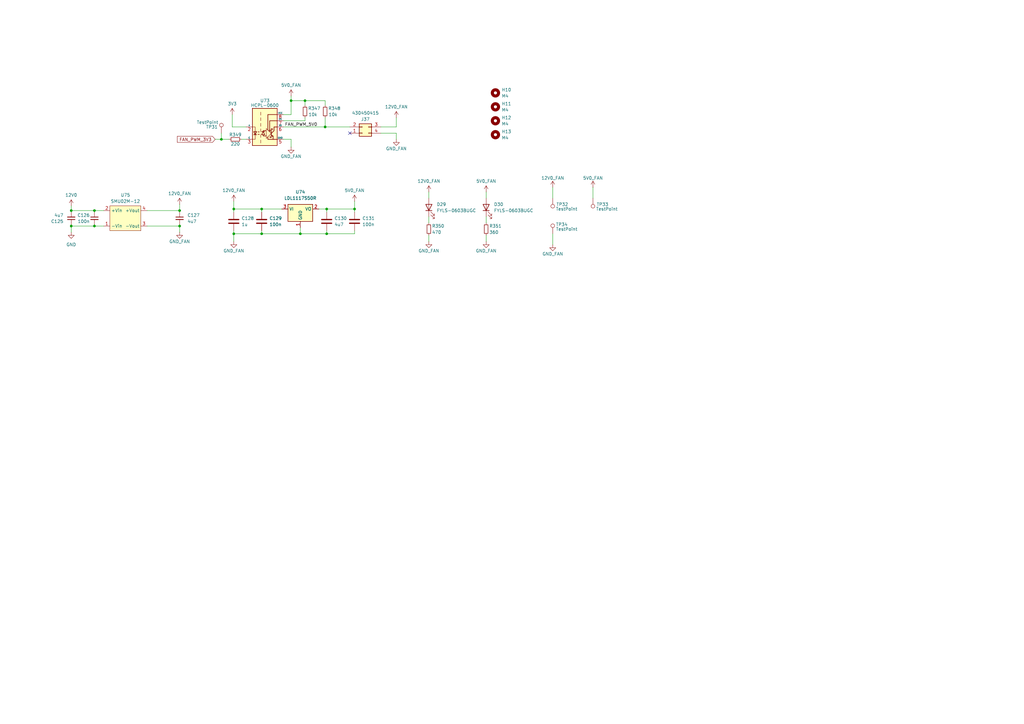
<source format=kicad_sch>
(kicad_sch (version 20231120) (generator "eeschema") (generator_version "8.0")
  (paper "A3")
  (lib_symbols
    (symbol "Connector:TestPoint" (pin_numbers hide) (pin_names (offset 0.762) hide)
      (property "Reference" "TP" (at 0 6.858 0))
      (property "Value" "TestPoint" (at 0 5.08 0))
      (symbol "TestPoint_0_1"
        (circle (center 0 3.302) (radius 0.762))
      )
      (symbol "TestPoint_1_1"
        (pin passive line (at 0 0 90) (length 2.54) (name "1") (number "1"))
      )
    )
    (symbol "Connector_Generic:Conn_02x02_Counter_Clockwise" (pin_names (offset 1.016) hide)
      (property "Reference" "J" (at 1.27 2.54 0))
      (property "Value" "Conn_02x02_Counter_Clockwise" (at 1.27 -5.08 0))
      (symbol "Conn_02x02_Counter_Clockwise_1_1"
        (rectangle (start -1.27 -2.413) (end 0 -2.667) (stroke (width 0.1524)))
        (rectangle (start -1.27 0.127) (end 0 -0.127) (stroke (width 0.1524)))
        (rectangle (start -1.27 1.27) (end 3.81 -3.81) (stroke (width 0.254)) (fill (type background)))
        (rectangle (start 3.81 -2.413) (end 2.54 -2.667) (stroke (width 0.1524)))
        (rectangle (start 3.81 0.127) (end 2.54 -0.127) (stroke (width 0.1524)))
        (pin passive line (at -5.08 0 0) (length 3.81) (name "Pin_1") (number "1"))
        (pin passive line (at -5.08 -2.54 0) (length 3.81) (name "Pin_2") (number "2"))
        (pin passive line (at 7.62 -2.54 180) (length 3.81) (name "Pin_3") (number "3"))
        (pin passive line (at 7.62 0 180) (length 3.81) (name "Pin_4") (number "4"))
      )
    )
    (symbol "Device:C" (pin_numbers hide) (pin_names (offset 0.254))
      (property "Reference" "C" (at 0.635 2.54 0))
      (property "Value" "C" (at 0.635 -2.54 0))
      (symbol "C_0_1"
        (polyline (pts (xy -2.032 -0.762) (xy 2.032 -0.762)) (stroke (width 0.508)))
        (polyline (pts (xy -2.032 0.762) (xy 2.032 0.762)) (stroke (width 0.508)))
      )
      (symbol "C_1_1"
        (pin passive line (at 0 3.81 270) (length 2.794) (name "~") (number "1"))
        (pin passive line (at 0 -3.81 90) (length 2.794) (name "~") (number "2"))
      )
    )
    (symbol "Device:C_Small" (pin_numbers hide) (pin_names (offset 0.254) hide)
      (property "Reference" "C" (at 0.254 1.778 0))
      (property "Value" "C_Small" (at 0.254 -2.032 0))
      (symbol "C_Small_0_1"
        (polyline (pts (xy -1.524 -0.508) (xy 1.524 -0.508)) (stroke (width 0.3302)))
        (polyline (pts (xy -1.524 0.508) (xy 1.524 0.508)) (stroke (width 0.3048)))
      )
      (symbol "C_Small_1_1"
        (pin passive line (at 0 2.54 270) (length 2.032) (name "~") (number "1"))
        (pin passive line (at 0 -2.54 90) (length 2.032) (name "~") (number "2"))
      )
    )
    (symbol "Device:LED" (pin_numbers hide) (pin_names (offset 1.016) hide)
      (property "Reference" "D" (at 0 2.54 0))
      (property "Value" "LED" (at 0 -2.54 0))
      (symbol "LED_0_1"
        (polyline (pts (xy -1.27 -1.27) (xy -1.27 1.27)) (stroke (width 0.254)))
        (polyline (pts (xy -1.27 0) (xy 1.27 0)))
        (polyline (pts (xy 1.27 -1.27) (xy 1.27 1.27) (xy -1.27 0) (xy 1.27 -1.27)) (stroke (width 0.254)))
        (polyline (pts (xy -3.048 -0.762) (xy -4.572 -2.286) (xy -3.81 -2.286) (xy -4.572 -2.286) (xy -4.572 -1.524)))
        (polyline (pts (xy -1.778 -0.762) (xy -3.302 -2.286) (xy -2.54 -2.286) (xy -3.302 -2.286) (xy -3.302 -1.524)))
      )
      (symbol "LED_1_1"
        (pin passive line (at -3.81 0 0) (length 2.54) (name "K") (number "1"))
        (pin passive line (at 3.81 0 180) (length 2.54) (name "A") (number "2"))
      )
    )
    (symbol "Device:R_Small" (pin_numbers hide) (pin_names (offset 0.254) hide)
      (property "Reference" "R" (at 0.762 0.508 0))
      (property "Value" "R_Small" (at 0.762 -1.016 0))
      (symbol "R_Small_0_1"
        (rectangle (start -0.762 1.778) (end 0.762 -1.778) (stroke (width 0.2032)))
      )
      (symbol "R_Small_1_1"
        (pin passive line (at 0 2.54 270) (length 0.762) (name "~") (number "1"))
        (pin passive line (at 0 -2.54 90) (length 0.762) (name "~") (number "2"))
      )
    )
    (symbol "Isolator:HCPL-0600" (pin_names (offset 0))
      (property "Reference" "U" (at -4.064 8.89 0))
      (property "Value" "HCPL-0600" (at 0.254 -9.144 0))
      (symbol "HCPL-0600_0_1"
        (polyline (pts (xy 2.667 -3.556) (xy 2.667 -1.651)) (stroke (width 0.254)))
        (polyline (pts (xy 2.667 -2.159) (xy 2.667 -2.921)) (stroke (width 0.254)))
        (polyline (pts (xy 3.429 -3.937) (xy 3.429 -5.08)) (stroke (width 0.254)))
        (polyline (pts (xy -0.635 -3.302) (xy -0.635 -3.683) (xy 0.635 -3.683)) (stroke (width 0.254)))
        (polyline (pts (xy -0.635 -1.905) (xy -0.635 -1.524) (xy 0.508 -1.524)) (stroke (width 0.254)))
        (polyline (pts (xy 1.27 -4.064) (xy 1.27 -5.08) (xy 5.08 -5.08)) (stroke (width 0.254)))
        (polyline (pts (xy 1.27 -1.27) (xy 1.27 5.08) (xy 5.08 5.08)) (stroke (width 0.254)))
        (polyline (pts (xy 2.032 -1.27) (xy 2.032 2.54) (xy 5.08 2.54)) (stroke (width 0.254)))
        (polyline (pts (xy -5.08 -5.08) (xy -3.937 -5.08) (xy -3.937 0) (xy -5.08 0)))
        (polyline (pts (xy 2.667 -3.302) (xy 2.667 -4.318) (xy 2.159 -4.318) (xy 2.159 -3.937)) (stroke (width 0.254)))
        (polyline (pts (xy 2.667 -2.667) (xy 0.635 -4.699) (xy 0.635 -0.635) (xy 2.667 -2.667)))
        (polyline (pts (xy 2.667 -1.778) (xy 2.667 -0.762) (xy 3.175 -0.762) (xy 3.175 -1.143)) (stroke (width 0.254)))
        (polyline (pts (xy 2.794 -2.54) (xy 3.81 -1.524) (xy 3.81 0) (xy 5.08 0)) (stroke (width 0.254)))
        (polyline (pts (xy 2.667 -3.175) (xy 3.429 -3.937) (xy 3.302 -3.556) (xy 3.048 -3.81) (xy 3.429 -3.937)) (stroke (width 0.254)))
        (circle (center 2.032 -1.524) (radius 0.254) (stroke (width 0.254)))
      )
      (symbol "HCPL-0600_1_1"
        (rectangle (start -5.08 7.62) (end 5.08 -7.62) (stroke (width 0.254)) (fill (type background)))
        (polyline (pts (xy -4.572 -3.175) (xy -3.302 -3.175)) (stroke (width 0.254)))
        (polyline (pts (xy -1.651 -5.334) (xy -1.651 -6.604)))
        (polyline (pts (xy -1.651 -3.048) (xy -1.651 -4.318)))
        (polyline (pts (xy -1.651 -0.762) (xy -1.651 -2.032)))
        (polyline (pts (xy -1.651 1.524) (xy -1.651 0.254)))
        (polyline (pts (xy -1.651 3.81) (xy -1.651 2.54)))
        (polyline (pts (xy -1.651 6.096) (xy -1.651 4.826)))
        (polyline (pts (xy -1.27 -1.905) (xy 0 -1.905)) (stroke (width 0.254)))
        (polyline (pts (xy -3.937 -3.175) (xy -4.572 -1.905) (xy -3.302 -1.905) (xy -3.937 -3.175)) (stroke (width 0.254)))
        (polyline (pts (xy -0.635 -1.905) (xy -1.27 -3.175) (xy 0 -3.175) (xy -0.635 -1.905)) (stroke (width 0.254)))
        (polyline (pts (xy -2.921 -3.048) (xy -2.159 -3.048) (xy -2.54 -3.175) (xy -2.54 -2.921) (xy -2.159 -3.048)) (stroke (width 0.127)))
        (polyline (pts (xy -2.921 -2.032) (xy -2.159 -2.032) (xy -2.54 -2.159) (xy -2.54 -1.905) (xy -2.159 -2.032)) (stroke (width 0.127)))
        (pin no_connect line (at -5.08 5.08 0) (length 2.54) hide (name "NC") (number "1"))
        (pin passive line (at -7.62 0 0) (length 2.54) (name "A") (number "2"))
        (pin passive line (at -7.62 -5.08 0) (length 2.54) (name "C") (number "3"))
        (pin power_in line (at 7.62 -5.08 180) (length 2.54) (name "GND") (number "5"))
        (pin open_collector line (at 7.62 0 180) (length 2.54) (name "VO") (number "6"))
        (pin input line (at 7.62 2.54 180) (length 2.54) (name "EN") (number "7"))
        (pin power_in line (at 7.62 5.08 180) (length 2.54) (name "VCC") (number "8"))
      )
    )
    (symbol "Mechanical:MountingHole" (pin_names (offset 1.016)) (exclude_from_sim yes) (in_bom no)
      (property "Reference" "H" (at 0 5.08 0))
      (property "Value" "MountingHole" (at 0 3.175 0))
      (symbol "MountingHole_0_1"
        (circle (center 0 0) (radius 1.27) (stroke (width 1.27)))
      )
    )
    (symbol "Regulator_Linear:LD1117S33TR_SOT223"
      (property "Reference" "U" (at -3.81 3.175 0))
      (property "Value" "LD1117S33TR_SOT223" (at 0 3.175 0))
      (symbol "LD1117S33TR_SOT223_0_1"
        (rectangle (start -5.08 -5.08) (end 5.08 1.905) (stroke (width 0.254)) (fill (type background)))
      )
      (symbol "LD1117S33TR_SOT223_1_1"
        (pin power_in line (at 0 -7.62 90) (length 2.54) (name "GND") (number "1"))
        (pin power_out line (at 7.62 0 180) (length 2.54) (name "VO") (number "2"))
        (pin power_in line (at -7.62 0 0) (length 2.54) (name "VI") (number "3"))
      )
    )
    (symbol "power:+12V" (power) (pin_numbers hide) (pin_names (offset 0) hide)
      (property "Value" "+12V" (at 0 3.556 0))
      (symbol "+12V_0_1"
        (polyline (pts (xy -0.762 1.27) (xy 0 2.54)))
        (polyline (pts (xy 0 0) (xy 0 2.54)))
        (polyline (pts (xy 0 2.54) (xy 0.762 1.27)))
      )
      (symbol "+12V_1_1"
        (pin power_in line (at 0 0 90) (length 0) (name "~") (number "1"))
      )
    )
    (symbol "power:+5V" (power) (pin_numbers hide) (pin_names (offset 0) hide)
      (property "Value" "+5V" (at 0 3.556 0))
      (symbol "+5V_0_1"
        (polyline (pts (xy -0.762 1.27) (xy 0 2.54)))
        (polyline (pts (xy 0 0) (xy 0 2.54)))
        (polyline (pts (xy 0 2.54) (xy 0.762 1.27)))
      )
      (symbol "+5V_1_1"
        (pin power_in line (at 0 0 90) (length 0) (name "~") (number "1"))
      )
    )
    (symbol "power:GND" (power) (pin_numbers hide) (pin_names (offset 0) hide)
      (property "Value" "GND" (at 0 -3.81 0))
      (symbol "GND_0_1"
        (polyline (pts (xy 0 0) (xy 0 -1.27) (xy 1.27 -1.27) (xy 0 -2.54) (xy -1.27 -1.27) (xy 0 -1.27)))
      )
      (symbol "GND_1_1"
        (pin power_in line (at 0 0 270) (length 0) (name "~") (number "1"))
      )
    )
    (symbol "user_lib:SMU02M-12"
      (property "Reference" "U" (at 0 -4.572 0))
      (property "Value" "SMU02M-12" (at 0 -4.572 0))
      (symbol "SMU02M-12_1_1"
        (rectangle (start -6.35 6.985) (end 6.35 -3.175) (fill (type background)))
        (pin input line (at -8.89 -1.27 0) (length 2.54) (name "-Vin") (number "1"))
        (pin input line (at -8.89 5.08 0) (length 2.54) (name "+Vin") (number "2"))
        (pin input line (at 8.89 -1.27 180) (length 2.54) (name "-Vout") (number "3"))
        (pin input line (at 8.89 5.08 180) (length 2.54) (name "+Vout") (number "4"))
      )
    )
  )
  (junction (at 90.805 57.15))
  (junction (at 38.735 92.71))
  (junction (at 145.415 85.725))
  (junction (at 107.315 95.885))
  (junction (at 125.095 41.275))
  (junction (at 95.885 95.885))
  (junction (at 107.315 85.725))
  (junction (at 133.985 85.725))
  (junction (at 73.66 86.36))
  (junction (at 123.19 95.885))
  (junction (at 29.21 86.36))
  (junction (at 95.885 85.725))
  (junction (at 133.35 52.07))
  (junction (at 38.735 86.36))
  (junction (at 119.38 41.275))
  (junction (at 73.66 92.71))
  (junction (at 29.21 92.71))
  (junction (at 133.985 95.885))
  (no_connect (at 143.51 54.61))
  (wire (pts (xy 95.885 99.06) (xy 95.885 95.885)))
  (wire (pts (xy 90.805 57.15) (xy 93.98 57.15)))
  (wire (pts (xy 29.21 84.455) (xy 29.21 86.36)))
  (wire (pts (xy 95.885 85.725) (xy 107.315 85.725)))
  (wire (pts (xy 199.39 96.52) (xy 199.39 99.06)))
  (wire (pts (xy 60.325 86.36) (xy 73.66 86.36)))
  (wire (pts (xy 162.56 52.07) (xy 162.56 48.26)))
  (wire (pts (xy 145.415 94.615) (xy 145.415 95.885)))
  (wire (pts (xy 133.985 95.885) (xy 133.985 94.615)))
  (wire (pts (xy 95.885 85.725) (xy 95.885 86.995)))
  (wire (pts (xy 95.885 82.55) (xy 95.885 85.725)))
  (wire (pts (xy 107.315 95.885) (xy 123.19 95.885)))
  (wire (pts (xy 199.39 88.9) (xy 199.39 91.44)))
  (wire (pts (xy 133.985 85.725) (xy 133.985 86.995)))
  (wire (pts (xy 133.35 52.07) (xy 143.51 52.07)))
  (wire (pts (xy 125.095 41.275) (xy 119.38 41.275)))
  (wire (pts (xy 60.325 92.71) (xy 73.66 92.71)))
  (wire (pts (xy 119.38 41.275) (xy 119.38 46.99)))
  (wire (pts (xy 107.315 85.725) (xy 115.57 85.725)))
  (wire (pts (xy 90.805 54.61) (xy 90.805 57.15)))
  (wire (pts (xy 116.205 49.53) (xy 125.095 49.53)))
  (wire (pts (xy 29.21 86.36) (xy 29.21 86.995)))
  (wire (pts (xy 226.695 81.28) (xy 226.695 76.835)))
  (wire (pts (xy 29.21 92.71) (xy 29.21 95.25)))
  (wire (pts (xy 175.895 78.74) (xy 175.895 81.28)))
  (wire (pts (xy 95.25 52.07) (xy 100.965 52.07)))
  (wire (pts (xy 226.695 95.885) (xy 226.695 100.33)))
  (wire (pts (xy 133.35 43.18) (xy 133.35 41.275)))
  (wire (pts (xy 162.56 54.61) (xy 162.56 57.15)))
  (wire (pts (xy 116.205 52.07) (xy 133.35 52.07)))
  (wire (pts (xy 123.19 95.885) (xy 133.985 95.885)))
  (wire (pts (xy 38.735 86.36) (xy 38.735 86.995)))
  (wire (pts (xy 133.35 41.275) (xy 125.095 41.275)))
  (wire (pts (xy 73.66 92.71) (xy 73.66 95.25)))
  (wire (pts (xy 73.66 86.36) (xy 73.66 83.82)))
  (wire (pts (xy 156.21 54.61) (xy 162.56 54.61)))
  (wire (pts (xy 116.205 57.15) (xy 119.38 57.15)))
  (wire (pts (xy 73.66 92.075) (xy 73.66 92.71)))
  (wire (pts (xy 175.895 88.9) (xy 175.895 91.44)))
  (wire (pts (xy 130.81 85.725) (xy 133.985 85.725)))
  (wire (pts (xy 156.21 52.07) (xy 162.56 52.07)))
  (wire (pts (xy 29.21 92.075) (xy 29.21 92.71)))
  (wire (pts (xy 199.39 78.74) (xy 199.39 81.28)))
  (wire (pts (xy 107.315 94.615) (xy 107.315 95.885)))
  (wire (pts (xy 175.895 96.52) (xy 175.895 99.06)))
  (wire (pts (xy 38.735 92.075) (xy 38.735 92.71)))
  (wire (pts (xy 95.885 95.885) (xy 107.315 95.885)))
  (wire (pts (xy 119.38 57.15) (xy 119.38 60.325)))
  (wire (pts (xy 145.415 82.55) (xy 145.415 85.725)))
  (wire (pts (xy 42.545 86.36) (xy 38.735 86.36)))
  (wire (pts (xy 73.66 86.995) (xy 73.66 86.36)))
  (wire (pts (xy 125.095 48.26) (xy 125.095 49.53)))
  (wire (pts (xy 107.315 85.725) (xy 107.315 86.995)))
  (wire (pts (xy 145.415 85.725) (xy 145.415 86.995)))
  (wire (pts (xy 243.205 81.28) (xy 243.205 76.835)))
  (wire (pts (xy 29.21 92.71) (xy 38.735 92.71)))
  (wire (pts (xy 95.885 95.885) (xy 95.885 94.615)))
  (wire (pts (xy 133.985 95.885) (xy 145.415 95.885)))
  (wire (pts (xy 119.38 39.37) (xy 119.38 41.275)))
  (wire (pts (xy 123.19 95.885) (xy 123.19 93.345)))
  (wire (pts (xy 133.985 85.725) (xy 145.415 85.725)))
  (wire (pts (xy 125.095 43.18) (xy 125.095 41.275)))
  (wire (pts (xy 119.38 46.99) (xy 116.205 46.99)))
  (wire (pts (xy 133.35 48.26) (xy 133.35 52.07)))
  (wire (pts (xy 99.06 57.15) (xy 100.965 57.15)))
  (wire (pts (xy 88.265 57.15) (xy 90.805 57.15)))
  (wire (pts (xy 29.21 86.36) (xy 38.735 86.36)))
  (wire (pts (xy 42.545 92.71) (xy 38.735 92.71)))
  (wire (pts (xy 95.25 46.99) (xy 95.25 52.07)))
  (label "FAN_PWM_5V0" (at 116.84 52.07 0))
  (global_label "FAN_PWM_3V3" (shape input) (at 88.265 57.15 180) (property "Intersheetrefs" "${INTERSHEET_REFS}" (at 72.1565 57.15 0) (effects (justify right))))
  (symbol (lib_id "power:GND") (at 73.66 95.25 0) (unit 1)
    (property "Reference" "#PWR0303" (effects (hide yes)))
    (property "Value" "GND_FAN" (at 73.66 99.06 0))
    (property "Description" "Power symbol creates a global label with name \"GND\" , ground" (effects (hide yes)))
  )
  (symbol (lib_id "power:+12V") (at 119.38 39.37 0) (unit 1)
    (property "Reference" "#PWR0289" (effects (hide yes)))
    (property "Value" "5V0_FAN" (at 119.38 34.925 0))
    (property "Description" "Power symbol creates a global label with name \"+12V\"" (effects (hide yes)))
  )
  (symbol (lib_id "power:+12V") (at 226.695 76.835 0) (unit 1)
    (property "Reference" "#PWR0294" (effects (hide yes)))
    (property "Value" "12V0_FAN" (at 226.695 73.025 0))
    (property "Description" "Power symbol creates a global label with name \"+12V\"" (effects (hide yes)))
  )
  (symbol (lib_id "Device:C") (at 133.985 90.805 0) (unit 1)
    (property "Reference" "C130" (at 137.16 89.535 0) (effects (justify left)))
    (property "Value" "4u7" (at 137.16 92.075 0) (effects (justify left)))
    (property "Footprint" "Capacitor_SMD:C_0603_1608Metric" (effects (hide yes)))
    (property "Ссылка" "https://www.promelec.ru/product/315964/" (effects (hide yes)))
    (property "Цена" "4" (effects (hide yes)))
    (property "Человекопонятное название" "Керамический ЧИП-конденсатор 0603 X5R 4.7мкФ" (effects (hide yes)))
    (property "Мин. кол-во" "200" (effects (hide yes)))
  )
  (symbol (lib_id "Device:R_Small") (at 96.52 57.15 90) (unit 1)
    (property "Reference" "R349" (at 96.52 55.245 90))
    (property "Value" "220" (at 96.52 59.055 90))
    (property "Footprint" "Resistor_SMD:R_0603_1608Metric" (effects (hide yes)))
    (property "Description" "Resistor, small symbol" (effects (hide yes)))
    (property "Мин. кол-во" "100" (effects (hide yes)))
    (property "Ссылка" "https://www.promelec.ru/product/46446/" (effects (hide yes)))
    (property "Цена" "1" (effects (hide yes)))
    (property "Человекопонятное название" "Толстопленочный ЧИП-резистор 0603 220Ом" (effects (hide yes)))
  )
  (symbol (lib_id "Connector:TestPoint") (at 226.695 81.28 180) (unit 1)
    (property "Reference" "TP32" (at 233.045 83.82 0) (effects (justify left)))
    (property "Value" "TestPoint" (at 236.855 85.725 0) (effects (justify left)))
    (property "Footprint" "TestPoint:TestPoint_THTPad_D2.0mm_Drill1.0mm" (effects (hide yes)))
    (property "Description" "test point" (effects (hide yes)))
  )
  (symbol (lib_id "power:GND") (at 199.39 99.06 0) (unit 1)
    (property "Reference" "#PWR0306" (effects (hide yes)))
    (property "Value" "GND_FAN" (at 199.39 102.87 0))
    (property "Description" "Power symbol creates a global label with name \"GND\" , ground" (effects (hide yes)))
  )
  (symbol (lib_id "power:GND") (at 175.895 99.06 0) (unit 1)
    (property "Reference" "#PWR0305" (effects (hide yes)))
    (property "Value" "GND_FAN" (at 175.895 102.87 0))
    (property "Description" "Power symbol creates a global label with name \"GND\" , ground" (effects (hide yes)))
  )
  (symbol (lib_id "power:+12V") (at 145.415 82.55 0) (unit 1)
    (property "Reference" "#PWR0299" (effects (hide yes)))
    (property "Value" "5V0_FAN" (at 145.415 78.105 0))
    (property "Description" "Power symbol creates a global label with name \"+12V\"" (effects (hide yes)))
  )
  (symbol (lib_id "power:GND") (at 162.56 57.15 0) (unit 1)
    (property "Reference" "#PWR0292" (effects (hide yes)))
    (property "Value" "GND_FAN" (at 162.56 60.96 0))
    (property "Description" "Power symbol creates a global label with name \"GND\" , ground" (effects (hide yes)))
  )
  (symbol (lib_id "Device:C_Small") (at 29.21 89.535 180) (unit 1)
    (property "Reference" "C125" (at 26.035 90.805 0) (effects (justify left)))
    (property "Value" "4u7" (at 26.035 88.265 0) (effects (justify left)))
    (property "Footprint" "Capacitor_SMD:C_0603_1608Metric" (effects (hide yes)))
    (property "Description" "Unpolarized capacitor, small symbol" (effects (hide yes)))
    (property "Ссылка" "https://www.promelec.ru/product/315964/" (effects (hide yes)))
    (property "Цена" "4" (effects (hide yes)))
    (property "Человекопонятное название" "Керамический ЧИП-конденсатор 0603 X5R 4.7мкФ" (effects (hide yes)))
    (property "Мин. кол-во" "200" (effects (hide yes)))
  )
  (symbol (lib_id "user_lib:SMU02M-12") (at 51.435 91.44 0) (unit 1)
    (property "Reference" "U75" (at 51.435 80.01 0))
    (property "Value" "SMU02M-12" (at 51.435 82.55 0))
    (property "Footprint" "user_lib:SMU02M-12" (effects (hide yes)))
    (property "Мин. кол-во" "2" (effects (hide yes)))
    (property "Ссылка" "https://www.promelec.ru/product/371234/" (effects (hide yes)))
    (property "Цена" "458" (effects (hide yes)))
    (property "Человекопонятное название" "Преобразователь DC/DC, на печатную плату, 2 Вт" (effects (hide yes)))
  )
  (symbol (lib_id "Mechanical:MountingHole") (at 203.2 55.245 0) (unit 1) (exclude_from_sim yes) (in_bom no)
    (property "Reference" "H13" (at 205.74 53.9749 0) (effects (justify left)))
    (property "Value" "M4" (at 205.74 56.5149 0) (effects (justify left)))
    (property "Footprint" "user_lib:MountingHole_M4_PCHSS4-22" (effects (hide yes)))
    (property "Description" "Mounting Hole without connection" (effects (hide yes)))
  )
  (symbol (lib_id "Connector:TestPoint") (at 243.205 81.28 180) (unit 1)
    (property "Reference" "TP33" (at 249.555 83.82 0) (effects (justify left)))
    (property "Value" "TestPoint" (at 253.365 85.725 0) (effects (justify left)))
    (property "Footprint" "TestPoint:TestPoint_THTPad_D2.0mm_Drill1.0mm" (effects (hide yes)))
    (property "Description" "test point" (effects (hide yes)))
  )
  (symbol (lib_id "Device:R_Small") (at 133.35 45.72 180) (unit 1)
    (property "Reference" "R348" (at 139.7 44.45 0) (effects (justify left)))
    (property "Value" "10k" (at 138.43 46.99 0) (effects (justify left)))
    (property "Footprint" "Resistor_SMD:R_0603_1608Metric" (effects (hide yes)))
    (property "Description" "Resistor, small symbol" (effects (hide yes)))
    (property "Мин. кол-во" "1000" (effects (hide yes)))
    (property "Ссылка" "https://www.promelec.ru/product/344748/" (effects (hide yes)))
    (property "Цена" "1" (effects (hide yes)))
    (property "Человекопонятное название" "Толстопленочный ЧИП-резистор 0603 10кОм" (effects (hide yes)))
  )
  (symbol (lib_id "Connector:TestPoint") (at 226.695 95.885 0) (unit 1)
    (property "Reference" "TP34" (at 227.965 92.075 0) (effects (justify left)))
    (property "Value" "TestPoint" (at 227.965 93.98 0) (effects (justify left)))
    (property "Footprint" "TestPoint:TestPoint_THTPad_D2.0mm_Drill1.0mm" (effects (hide yes)))
    (property "Description" "test point" (effects (hide yes)))
  )
  (symbol (lib_id "Device:R_Small") (at 175.895 93.98 180) (unit 1)
    (property "Reference" "R350" (at 179.705 92.71 0))
    (property "Value" "470" (at 179.07 95.25 0))
    (property "Footprint" "Resistor_SMD:R_0603_1608Metric" (effects (hide yes)))
    (property "Description" "Resistor, small symbol" (effects (hide yes)))
    (property "Мин. кол-во" "100" (effects (hide yes)))
    (property "Ссылка" "https://www.promelec.ru/product/109567/" (effects (hide yes)))
    (property "Цена" "1" (effects (hide yes)))
    (property "Человекопонятное название" "Толстопленочный ЧИП-резистор 0603 470Ом" (effects (hide yes)))
  )
  (symbol (lib_id "power:GND") (at 95.885 99.06 0) (unit 1)
    (property "Reference" "#PWR0304" (effects (hide yes)))
    (property "Value" "GND_FAN" (at 95.885 102.87 0))
    (property "Description" "Power symbol creates a global label with name \"GND\" , ground" (effects (hide yes)))
  )
  (symbol (lib_id "Device:LED") (at 199.39 85.09 90) (unit 1)
    (property "Reference" "D30" (at 202.565 83.82 90) (effects (justify right)))
    (property "Value" "FYLS-0603BUGC" (at 202.565 86.36 90) (effects (justify right)))
    (property "Footprint" "user_lib:LED_0603_1608Metric" (effects (hide yes)))
    (property "Description" "Light emitting diode" (effects (hide yes)))
    (property "Мин. кол-во" "3" (effects (hide yes)))
    (property "Ссылка" "https://www.promelec.ru/product/324327/" (effects (hide yes)))
    (property "Цена" "5" (effects (hide yes)))
    (property "Человекопонятное название" "Светодиод smd 1,6х0,8мм/зеленый/568нм/65мкд/прозрачный/130°" (effects (hide yes)))
  )
  (symbol (lib_id "Device:C_Small") (at 73.66 89.535 0) (unit 1)
    (property "Reference" "C127" (at 76.835 88.265 0) (effects (justify left)))
    (property "Value" "4u7" (at 76.835 90.805 0) (effects (justify left)))
    (property "Footprint" "Capacitor_SMD:C_0603_1608Metric" (effects (hide yes)))
    (property "Description" "Unpolarized capacitor, small symbol" (effects (hide yes)))
    (property "Ссылка" "https://www.promelec.ru/product/315964/" (effects (hide yes)))
    (property "Цена" "4" (effects (hide yes)))
    (property "Человекопонятное название" "Керамический ЧИП-конденсатор 0603 X5R 4.7мкФ" (effects (hide yes)))
    (property "Мин. кол-во" "200" (effects (hide yes)))
  )
  (symbol (lib_id "power:+12V") (at 95.885 82.55 0) (unit 1)
    (property "Reference" "#PWR0298" (effects (hide yes)))
    (property "Value" "12V0_FAN" (at 95.885 78.105 0))
    (property "Description" "Power symbol creates a global label with name \"+12V\"" (effects (hide yes)))
  )
  (symbol (lib_id "Device:C_Small") (at 38.735 89.535 0) (mirror y) (unit 1)
    (property "Reference" "C126" (at 36.83 88.265 0) (effects (justify left)))
    (property "Value" "100n" (at 36.83 90.805 0) (effects (justify left)))
    (property "Footprint" "Capacitor_SMD:C_0603_1608Metric" (effects (hide yes)))
    (property "Description" "Unpolarized capacitor, small symbol" (effects (hide yes)))
    (property "Мин. кол-во" "300" (effects (hide yes)))
    (property "Ссылка" "https://www.promelec.ru/product/323633/" (effects (hide yes)))
    (property "Цена" "2" (effects (hide yes)))
    (property "Человекопонятное название" "Керамический ЧИП-конденсатор 0603 X7R 0.1мкФ" (effects (hide yes)))
  )
  (symbol (lib_id "power:GND") (at 119.38 60.325 0) (unit 1)
    (property "Reference" "#PWR0293" (effects (hide yes)))
    (property "Value" "GND_FAN" (at 119.38 64.135 0))
    (property "Description" "Power symbol creates a global label with name \"GND\" , ground" (effects (hide yes)))
  )
  (symbol (lib_id "power:+12V") (at 243.205 76.835 0) (unit 1)
    (property "Reference" "#PWR0295" (effects (hide yes)))
    (property "Value" "5V0_FAN" (at 243.205 73.025 0))
    (property "Description" "Power symbol creates a global label with name \"+12V\"" (effects (hide yes)))
  )
  (symbol (lib_id "power:+12V") (at 175.895 78.74 0) (unit 1)
    (property "Reference" "#PWR0296" (effects (hide yes)))
    (property "Value" "12V0_FAN" (at 175.895 74.295 0))
    (property "Description" "Power symbol creates a global label with name \"+12V\"" (effects (hide yes)))
  )
  (symbol (lib_id "power:+5V") (at 95.25 46.99 0) (unit 1)
    (property "Reference" "#PWR0290" (effects (hide yes)))
    (property "Value" "3V3" (at 95.25 42.545 0))
    (property "Description" "Power symbol creates a global label with name \"+5V\"" (effects (hide yes)))
  )
  (symbol (lib_id "Connector:TestPoint") (at 90.805 54.61 0) (unit 1)
    (property "Reference" "TP31" (at 84.455 52.07 0) (effects (justify left)))
    (property "Value" "TestPoint" (at 80.645 50.165 0) (effects (justify left)))
    (property "Footprint" "TestPoint:TestPoint_THTPad_D2.0mm_Drill1.0mm" (effects (hide yes)))
    (property "Description" "test point" (effects (hide yes)))
  )
  (symbol (lib_id "Device:C") (at 107.315 90.805 0) (unit 1)
    (property "Reference" "C129" (at 110.49 89.535 0) (effects (justify left)))
    (property "Value" "100n" (at 110.49 92.075 0) (effects (justify left)))
    (property "Footprint" "Capacitor_SMD:C_0603_1608Metric" (effects (hide yes)))
    (property "Ссылка" "https://www.promelec.ru/product/323633/" (effects (hide yes)))
    (property "Цена" "2" (effects (hide yes)))
    (property "Человекопонятное название" "Керамический ЧИП-конденсатор 0603 X7R 0.1мкФ" (effects (hide yes)))
    (property "Мин. кол-во" "300" (effects (hide yes)))
  )
  (symbol (lib_id "Mechanical:MountingHole") (at 203.2 38.1 0) (unit 1) (exclude_from_sim yes) (in_bom no)
    (property "Reference" "H10" (at 205.74 36.8299 0) (effects (justify left)))
    (property "Value" "M4" (at 205.74 39.3699 0) (effects (justify left)))
    (property "Footprint" "user_lib:MountingHole_M4_PCHSS4-22" (effects (hide yes)))
    (property "Description" "Mounting Hole without connection" (effects (hide yes)))
  )
  (symbol (lib_id "power:+12V") (at 199.39 78.74 0) (unit 1)
    (property "Reference" "#PWR0297" (effects (hide yes)))
    (property "Value" "5V0_FAN" (at 199.39 74.295 0))
    (property "Description" "Power symbol creates a global label with name \"+12V\"" (effects (hide yes)))
  )
  (symbol (lib_id "Isolator:HCPL-0600") (at 108.585 52.07 0) (unit 1)
    (property "Reference" "U73" (at 106.68 41.275 0) (effects (justify left)))
    (property "Value" "HCPL-0600" (at 102.87 43.18 0) (effects (justify left)))
    (property "Footprint" "Package_SO:SO-8_3.9x4.9mm_P1.27mm" (effects (hide yes)))
    (property "Datasheet" "https://docs.broadcom.com/docs/AV02-0940EN" (effects (hide yes)))
    (property "Description" "Single High Speed LSTTL/TTL Compatible Optocoupler with enable, dV/dt 5000/us, VCM 1000, max 7V VCC, SOIC-8" (effects (hide yes)))
    (property "Мин. кол-во" "1" (effects (hide yes)))
    (property "Ссылка" "https://energoflot.ru/item/HCPL-0600-500E" (effects (hide yes)))
    (property "Цена" "133" (effects (hide yes)))
    (property "Человекопонятное название" "Быстродействующая оптопара" (effects (hide yes)))
  )
  (symbol (lib_id "power:+12V") (at 73.66 83.82 0) (unit 1)
    (property "Reference" "#PWR0300" (effects (hide yes)))
    (property "Value" "12V0_FAN" (at 73.66 79.375 0))
    (property "Description" "Power symbol creates a global label with name \"+12V\"" (effects (hide yes)))
  )
  (symbol (lib_id "Regulator_Linear:LD1117S33TR_SOT223") (at 123.19 85.725 0) (unit 1)
    (property "Reference" "U74" (at 123.19 78.74 0))
    (property "Value" "LDL1117S50R" (at 123.19 81.28 0))
    (property "Footprint" "Package_TO_SOT_SMD:SOT-223-3_TabPin2" (effects (hide yes)))
    (property "Datasheet" "http://www.st.com/st-web-ui/static/active/en/resource/technical/document/datasheet/CD00000544.pdf" (effects (hide yes)))
    (property "Ссылка" "https://www.promelec.ru/product/429208/" (effects (hide yes)))
    (property "Цена" "37" (effects (hide yes)))
    (property "Человекопонятное название" "Линейный стабилизатор с низким падением напряжения положительной полярности" (effects (hide yes)))
    (property "Мин. кол-во" "14" (effects (hide yes)))
  )
  (symbol (lib_id "power:GND") (at 29.21 95.25 0) (unit 1)
    (property "Reference" "#PWR0302" (effects (hide yes)))
    (property "Value" "GND" (at 29.21 100.33 0))
    (property "Description" "Power symbol creates a global label with name \"GND\" , ground" (effects (hide yes)))
  )
  (symbol (lib_id "power:+12V") (at 162.56 48.26 0) (unit 1)
    (property "Reference" "#PWR0291" (effects (hide yes)))
    (property "Value" "12V0_FAN" (at 162.56 43.815 0))
    (property "Description" "Power symbol creates a global label with name \"+12V\"" (effects (hide yes)))
  )
  (symbol (lib_id "Device:R_Small") (at 125.095 45.72 180) (unit 1)
    (property "Reference" "R347" (at 131.445 44.45 0) (effects (justify left)))
    (property "Value" "10k" (at 130.175 46.99 0) (effects (justify left)))
    (property "Footprint" "Resistor_SMD:R_0603_1608Metric" (effects (hide yes)))
    (property "Description" "Resistor, small symbol" (effects (hide yes)))
    (property "Мин. кол-во" "1000" (effects (hide yes)))
    (property "Ссылка" "https://www.promelec.ru/product/344748/" (effects (hide yes)))
    (property "Цена" "1" (effects (hide yes)))
    (property "Человекопонятное название" "Толстопленочный ЧИП-резистор 0603 10кОм" (effects (hide yes)))
  )
  (symbol (lib_id "Device:LED") (at 175.895 85.09 90) (unit 1)
    (property "Reference" "D29" (at 179.07 83.82 90) (effects (justify right)))
    (property "Value" "FYLS-0603BUGC" (at 179.07 86.36 90) (effects (justify right)))
    (property "Footprint" "user_lib:LED_0603_1608Metric" (effects (hide yes)))
    (property "Description" "Light emitting diode" (effects (hide yes)))
    (property "Мин. кол-во" "3" (effects (hide yes)))
    (property "Ссылка" "https://www.promelec.ru/product/324327/" (effects (hide yes)))
    (property "Цена" "5" (effects (hide yes)))
    (property "Человекопонятное название" "Светодиод smd 1,6х0,8мм/зеленый/568нм/65мкд/прозрачный/130°" (effects (hide yes)))
  )
  (symbol (lib_id "Device:C") (at 145.415 90.805 0) (unit 1)
    (property "Reference" "C131" (at 148.59 89.535 0) (effects (justify left)))
    (property "Value" "100n" (at 148.59 92.075 0) (effects (justify left)))
    (property "Footprint" "Capacitor_SMD:C_0603_1608Metric" (effects (hide yes)))
    (property "Ссылка" "https://www.promelec.ru/product/323633/" (effects (hide yes)))
    (property "Цена" "2" (effects (hide yes)))
    (property "Человекопонятное название" "Керамический ЧИП-конденсатор 0603 X7R 0.1мкФ" (effects (hide yes)))
    (property "Мин. кол-во" "300" (effects (hide yes)))
  )
  (symbol (lib_id "Mechanical:MountingHole") (at 203.2 43.815 0) (unit 1) (exclude_from_sim yes) (in_bom no)
    (property "Reference" "H11" (at 205.74 42.5449 0) (effects (justify left)))
    (property "Value" "M4" (at 205.74 45.0849 0) (effects (justify left)))
    (property "Footprint" "user_lib:MountingHole_M4_PCHSS4-22" (effects (hide yes)))
    (property "Description" "Mounting Hole without connection" (effects (hide yes)))
  )
  (symbol (lib_id "Connector_Generic:Conn_02x02_Counter_Clockwise") (at 148.59 54.61 0) (mirror x) (unit 1)
    (property "Reference" "J37" (at 149.86 48.895 0))
    (property "Value" "430450415" (at 149.86 46.355 0))
    (property "Footprint" "user_lib:430450415" (effects (hide yes)))
    (property "Description" "Generic connector, double row, 02x02, counter clockwise pin numbering scheme (similar to DIP package numbering), script generated (kicad-library-utils/schlib/autogen/connector/)" (effects (hide yes)))
    (property "Мин. кол-во" "6" (effects (hide yes)))
    (property "Ссылка" "https://www.promelec.ru/product/474679/" (effects (hide yes)))
    (property "Цена" "87" (effects (hide yes)))
    (property "Человекопонятное название" "Разъем типа провод-плата, 3 мм, 4 контакт(-ов)" (effects (hide yes)))
  )
  (symbol (lib_id "power:+12V") (at 29.21 84.455 0) (unit 1)
    (property "Reference" "#PWR0301" (effects (hide yes)))
    (property "Value" "12V0" (at 29.21 80.01 0))
    (property "Description" "Power symbol creates a global label with name \"+12V\"" (effects (hide yes)))
  )
  (symbol (lib_id "Device:R_Small") (at 199.39 93.98 180) (unit 1)
    (property "Reference" "R351" (at 203.2 92.71 0))
    (property "Value" "360" (at 202.565 95.25 0))
    (property "Footprint" "Resistor_SMD:R_0603_1608Metric" (effects (hide yes)))
    (property "Description" "Resistor, small symbol" (effects (hide yes)))
    (property "Мин. кол-во" "100" (effects (hide yes)))
    (property "Ссылка" "https://www.promelec.ru/product/46471/" (effects (hide yes)))
    (property "Цена" "1" (effects (hide yes)))
    (property "Человекопонятное название" "Толстопленочный ЧИП-резистор 0603 360Ом" (effects (hide yes)))
  )
  (symbol (lib_id "Device:C") (at 95.885 90.805 0) (unit 1)
    (property "Reference" "C128" (at 99.06 89.535 0) (effects (justify left)))
    (property "Value" "1u" (at 99.06 92.075 0) (effects (justify left)))
    (property "Footprint" "Capacitor_SMD:C_0603_1608Metric" (effects (hide yes)))
    (property "Ссылка" "https://www.promelec.ru/product/334556/" (effects (hide yes)))
    (property "Цена" "1" (effects (hide yes)))
    (property "Человекопонятное название" "Керамический ЧИП-конденсатор 0603 X7R 1мкФ" (effects (hide yes)))
    (property "Мин. кол-во" "200" (effects (hide yes)))
  )
  (symbol (lib_id "Mechanical:MountingHole") (at 203.2 49.53 0) (unit 1) (exclude_from_sim yes) (in_bom no)
    (property "Reference" "H12" (at 205.74 48.2599 0) (effects (justify left)))
    (property "Value" "M4" (at 205.74 50.7999 0) (effects (justify left)))
    (property "Footprint" "user_lib:MountingHole_M4_PCHSS4-22" (effects (hide yes)))
    (property "Description" "Mounting Hole without connection" (effects (hide yes)))
  )
  (symbol (lib_id "power:GND") (at 226.695 100.33 0) (unit 1)
    (property "Reference" "#PWR0307" (effects (hide yes)))
    (property "Value" "GND_FAN" (at 226.695 104.14 0))
    (property "Description" "Power symbol creates a global label with name \"GND\" , ground" (effects (hide yes)))
  )
)
</source>
